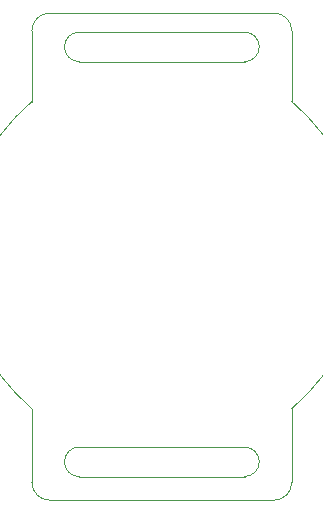
<source format=gbr>
%TF.GenerationSoftware,KiCad,Pcbnew,(6.0.11-0)*%
%TF.CreationDate,2024-05-30T12:39:56+08:00*%
%TF.ProjectId,tinyAVR-wristwatch,74696e79-4156-4522-9d77-726973747761,rev?*%
%TF.SameCoordinates,Original*%
%TF.FileFunction,Profile,NP*%
%FSLAX46Y46*%
G04 Gerber Fmt 4.6, Leading zero omitted, Abs format (unit mm)*
G04 Created by KiCad (PCBNEW (6.0.11-0)) date 2024-05-30 12:39:56*
%MOMM*%
%LPD*%
G01*
G04 APERTURE LIST*
%TA.AperFunction,Profile*%
%ADD10C,0.100000*%
%TD*%
G04 APERTURE END LIST*
D10*
X151000000Y-113000000D02*
G75*
G03*
X151000000Y-87000000I-11000000J13000000D01*
G01*
X147000000Y-83616117D02*
X133000000Y-83616117D01*
X133000000Y-116250000D02*
G75*
G03*
X131750000Y-117500000I0J-1250000D01*
G01*
X129000000Y-119250000D02*
G75*
G03*
X130500000Y-120750000I1500000J0D01*
G01*
X151000000Y-81000000D02*
X151000000Y-87000000D01*
X151000000Y-119250000D02*
X151000000Y-113000000D01*
X149500000Y-120750000D02*
X130500000Y-120750000D01*
X131750000Y-117500000D02*
G75*
G03*
X133000000Y-118750000I1250000J0D01*
G01*
X148250000Y-117500000D02*
G75*
G03*
X147000000Y-116250000I-1250000J0D01*
G01*
X147000000Y-118750000D02*
X133000000Y-118750000D01*
X129000000Y-119250000D02*
X129000000Y-113000000D01*
X151000000Y-81000000D02*
G75*
G03*
X149500000Y-79500000I-1500000J0D01*
G01*
X148249983Y-82366117D02*
G75*
G03*
X147000000Y-81116117I-1249983J17D01*
G01*
X133000000Y-116250000D02*
X147000000Y-116250000D01*
X149500000Y-79500000D02*
X130500000Y-79500000D01*
X133000000Y-81116100D02*
G75*
G03*
X131750000Y-82366117I0J-1250000D01*
G01*
X129000000Y-81000000D02*
X129000000Y-87000000D01*
X130500000Y-79500000D02*
G75*
G03*
X129000000Y-81000000I0J-1500000D01*
G01*
X129000000Y-87000000D02*
G75*
G03*
X129000000Y-113000000I11000000J-13000000D01*
G01*
X131749983Y-82366117D02*
G75*
G03*
X133000000Y-83616117I1250017J17D01*
G01*
X147000000Y-83616100D02*
G75*
G03*
X148250000Y-82366117I0J1250000D01*
G01*
X147000000Y-118750000D02*
G75*
G03*
X148250000Y-117500000I0J1250000D01*
G01*
X133000000Y-81116117D02*
X147000000Y-81116117D01*
X149500000Y-120750000D02*
G75*
G03*
X151000000Y-119250000I0J1500000D01*
G01*
M02*

</source>
